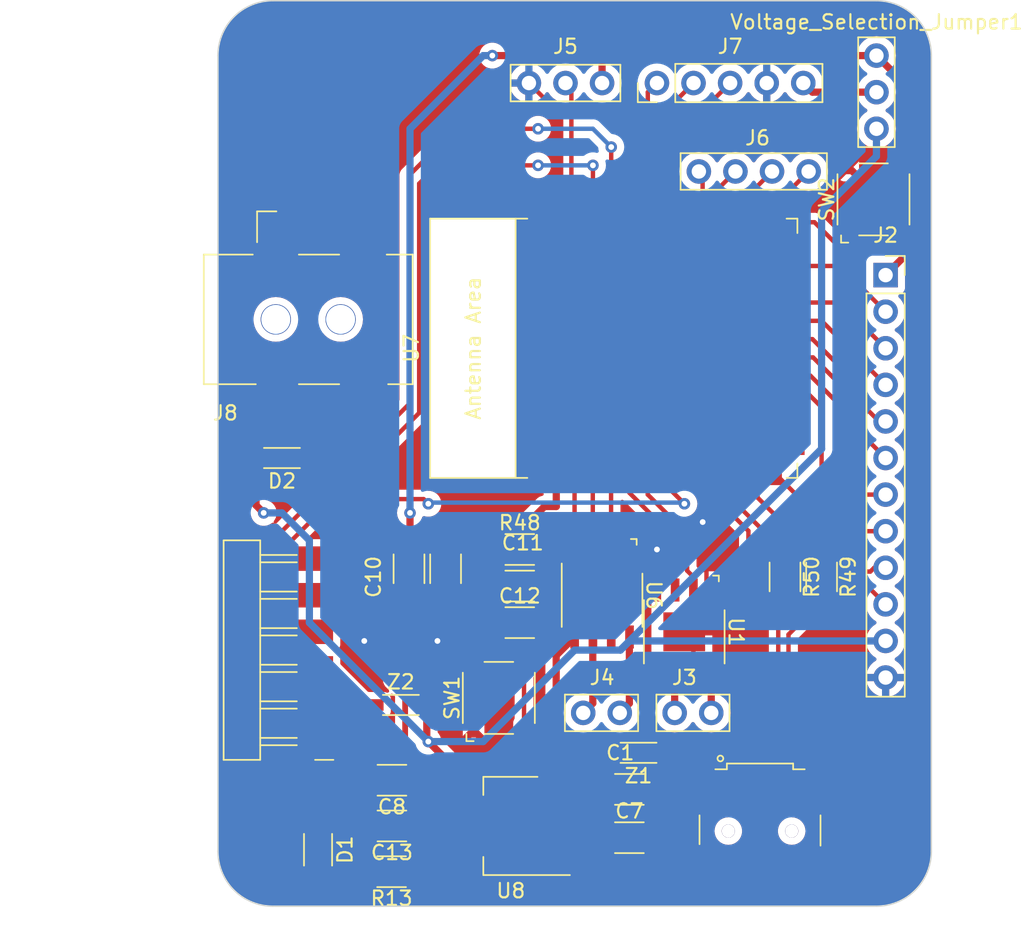
<source format=kicad_pcb>
(kicad_pcb (version 20221018) (generator pcbnew)
  (layers (0 "F.Cu" signal) (31 "B.Cu" signal) (34 "B.Paste" user) (35 "F.Paste" user) (36 "B.SilkS" user "B.Silkscreen") (37 "F.SilkS" user "F.Silkscreen") (38 "B.Mask" user) (39 "F.Mask" user) (44 "Edge.Cuts" user))
  (net 0 "")
  (net 1 "PWR_3V3")
  (net 2 "PWR_GND")
  (net 3 "PWR_5V")
  (net 4 "Net-(D1-A)")
  (net 5 "Net-(U6-IN1)")
  (net 6 "Net-(U6-IN2)")
  (net 7 "/OE")
  (net 8 "/RTS")
  (net 9 "/VFD2_EN")
  (net 10 "/VFD3_EN")
  (net 11 "/RCLK")
  (net 12 "/SER_IN")
  (net 13 "/SRCLK")
  (net 14 "/VFD0_EN")
  (net 15 "/VFD1_EN")
  (net 16 "/TLV_EN")
  (net 18 "Net-(U7-EN)")
  (net 25 "Net-(Z2-A)")
  (net 26 "/FRONT_BTN_G")
  (net 27 "/FRONT_BTN_B")
  (net 28 "/FRONT_BTN_IN")
  (net 29 "/FRONT_BTN_R")
  (net 30 "Net-(U7-GPIO20{slash}U1CTS{slash}ADC2_CH9{slash}CLK_OUT1{slash}USB_D+)")
  (net 31 "Net-(U7-GPIO19{slash}U1RTS{slash}ADC2_CH8{slash}CLK_OUT2{slash}USB_D-)")
  (net 32 "/RXD0")
  (net 33 "/TXD0")
  (net 35 "Net-(U7-GPIO0{slash}BOOT)")
  (net 36 "Net-(P2-VBUS)")
  (net 37 "Net-(P2-D-)")
  (net 38 "Net-(P2-D+)")
  (net 39 "Net-(J3-Pin_2)")
  (net 40 "Net-(J3-Pin_1)")
  (net 41 "Net-(J4-Pin_2)")
  (net 42 "Net-(J4-Pin_1)")
  (net 43 "Net-(U1-IN2)")
  (net 44 "Net-(U1-IN1)")
  (net 47 "/Photo_In")
  (net 50 "/ROT_A")
  (net 51 "/ROT_B")
  (net 52 "/ROT_SW")
  (net 53 "/ROT_VCC")
  (net 54 "Net-(D2-A)")
  (footprint "fab:PinHeader_1x05_P2.54mm_Vertical_THT_D1mm" (layer "F.Cu") (at 118.11 67.31 90)
    (fp_text reference "J7")
    (fp_text value "Conn_PinHeader_1x05_P2.54mm_Vertical_THT_D1mm" hide)
  )
  (footprint "Fab:SOD-123" (layer "F.Cu") (at 100.33 110.49 180)
    (fp_text reference "Z2")
    (fp_text value "Diode_Zener_SOD123" hide)
  )
  (footprint "fab:HSOP-8" (layer "F.Cu") (at 120.005 105.41 -90)
    (fp_text reference "U1")
    (fp_text value "MotorDriver_BrushedDC_Toshiba_TB67H451FNG" hide)
  )
  (footprint "fab:PinHeader_1x02_P2.54mm_Vertical_THT_D1mm" (layer "F.Cu") (at 112.99 111.04 90)
    (fp_text reference "J4")
    (fp_text value "Conn_PinHeader_1x02_P2.54mm_Vertical_THT_D1mm" hide)
  )
  (footprint "Fab:C_1206" (layer "F.Cu") (at 103.435 101.035 -90)
    (fp_text reference "C9" hide)
    (fp_text value "22uF")
  )
  (footprint "fab:SOD-123" (layer "F.Cu") (at 92.075 93.345)
    (fp_text reference "D2")
    (fp_text value "Diode_Schottky_SOD123")
  )
  (footprint "Fab:R_1206" (layer "F.Cu") (at 127 101.6 -90)
    (fp_text reference "R50")
    (fp_text value "0")
  )
  (footprint "PCM_Espressif:ESP32-S3-WROOM-1" (layer "F.Cu") (at 118.11 85.725 90)
    (fp_text reference "U7")
    (fp_text value "ESP32-S3-WROOM-1")
  )
  (footprint "fab:SOT-223-3_TabPin2" (layer "F.Cu") (at 107.965 118.89 180)
    (fp_text reference "U8")
    (fp_text value "Regulator_Linear_3.3V_1A_DiodesIncorporated")
  )
  (footprint "Fab:C_1206" (layer "F.Cu") (at 108.585 104.775)
    (fp_text reference "C12")
    (fp_text value "0.1uF")
  )
  (footprint "fab:PinHeader_1x03_P2.54mm_Vertical_THT_D1mm" (layer "F.Cu") (at 109.22 67.31 90)
    (fp_text reference "J5")
    (fp_text value "Conn_PinHeader_1x03_P2.54mm_Vertical_THT_D1mm" hide)
  )
  (footprint "fab:HSOP-8" (layer "F.Cu") (at 114.3 102.87 -90)
    (fp_text reference "U6")
    (fp_text value "MotorDriver_BrushedDC_Toshiba_TB67H451FNG" hide)
  )
  (footprint "Fab:C_1206" (layer "F.Cu") (at 108.585 102.235)
    (fp_text reference "C11")
    (fp_text value "1uF")
  )
  (footprint "Fab:R_1206" (layer "F.Cu") (at 99.685 122.065 180)
    (fp_text reference "R13")
    (fp_text value "5.1K")
  )
  (footprint "Fab:R_1206" (layer "F.Cu") (at 129.54 101.6 -90)
    (fp_text reference "R49")
    (fp_text value "0")
  )
  (footprint "Fab:C_1206" (layer "F.Cu") (at 116.195 119.705)
    (fp_text reference "C7")
    (fp_text value "10uF")
  )
  (footprint "fab:PinHeader_1x06_P2.54mm_Horizontal_SMD" (layer "F.Cu") (at 94.375 113.03 180)
    (fp_text reference "J1" hide)
    (fp_text value "Conn_PinHeader_FTDI_1x06_P2.54mm_Horizontal_SMD" hide)
  )
  (footprint "fab:CUIDevices_PJ-002AH-SMT-TR_PWRJack_2x5.5mm" (layer "F.Cu") (at 94.647617 83.720495)
    (fp_text reference "J8")
    (fp_text value "Conn_PWRJack_2x5.5mm_CUIDevices_PJ-002AH-SMT-TR")
  )
  (footprint "Fab:SOD-123" (layer "F.Cu") (at 116.83 113.81)
    (fp_text reference "Z1")
    (fp_text value "Diode_Zener_SOD123")
  )
  (footprint "fab:PinHeader_1x03_P2.54mm_Vertical_THT_D1mm" (layer "F.Cu") (at 133.35 65.405)
    (fp_text reference "Voltage_Selection_Jumper1")
    (fp_text value "Conn_PinHeader_1x03_P2.54mm_Vertical_THT_D1mm" hide)
  )
  (footprint "fab:Conn_USB_miniB_Socket_CUIDevices_UJ2-MBH-1-SMT-TR" (layer "F.Cu") (at 125.265 124.355)
    (fp_text reference "P2" hide)
    (fp_text value "Conn_USB_miniB_Socket_CUIDevices_UJ2-MBH-1-SMT-TR" hide)
  )
  (footprint "Fab:C_1206" (layer "F.Cu") (at 99.71 118.89 180)
    (fp_text reference "C13")
    (fp_text value "0.1uF" hide)
  )
  (footprint "fab:LED_1206" (layer "F.Cu") (at 94.605 120.541 -90)
    (fp_text reference "D1")
    (fp_text value "LED_1206")
  )
  (footprint "Fab:R_1206" (layer "F.Cu") (at 108.585 99.695)
    (fp_text reference "R48")
    (fp_text value "10K")
  )
  (footprint "fab:Button_ESwitch_TL3315NF100Q_4.5x4.5mm" (layer "F.Cu") (at 107.131384 109.999859 90)
    (fp_text reference "SW1")
    (fp_text value "Switch_Tactile_ESwitch")
  )
  (footprint "Connector_PinSocket_2.54mm:PinSocket_1x12_P2.54mm_Vertical" (layer "F.Cu") (at 133.985 80.645)
    (fp_text reference "J2")
    (fp_text value "Conn_01x12_Pin")
  )
  (footprint "Fab:C_1206" (layer "F.Cu") (at 99.71 115.715 180)
    (fp_text reference "C8")
    (fp_text value "10uF")
  )
  (footprint "Fab:C_1206" (layer "F.Cu") (at 116.195 116.35)
    (fp_text reference "C1")
    (fp_text value "0.1uF")
  )
  (footprint "fab:PinHeader_1x04_P2.54mm_Vertical_THT_D1mm" (layer "F.Cu") (at 128.640014 73.449363 -90)
    (fp_text reference "J6")
    (fp_text value "Conn_PinHeader_1x04_P2.54mm_Vertical_THT_D1mm" hide)
  )
  (footprint "fab:Button_ESwitch_TL3315NF100Q_4.5x4.5mm" (layer "F.Cu") (at 133.142819 75.389471 90)
    (fp_text reference "SW2")
    (fp_text value "Switch_Tactile_ESwitch" hide)
  )
  (footprint "Fab:C_1206" (layer "F.Cu") (at 100.895 101.035 -90)
    (fp_text reference "C10")
    (fp_text value "0.1uF")
  )
  (footprint "fab:PinHeader_1x02_P2.54mm_Vertical_THT_D1mm" (layer "F.Cu") (at 119.34 111.04 90)
    (fp_text reference "J3")
    (fp_text value "Conn_PinHeader_1x02_P2.54mm_Vertical_THT_D1mm" hide)
  )
  (gr_arc (start 137.16 120.65) (mid 136.044077 123.344077) (end 133.35 124.46) (stroke (width 0.1)) (layer "Edge.Cuts"))
  (gr_arc (start 87.63 65.405) (mid 88.745923 62.710923) (end 91.44 61.595) (stroke (width 0.1)) (layer "Edge.Cuts"))
  (gr_line (start 137.16 65.405) (end 137.16 120.65) (stroke (width 0.1)) (layer "Edge.Cuts"))
  (gr_line (start 133.35 124.46) (end 91.44 124.46) (stroke (width 0.1)) (layer "Edge.Cuts"))
  (gr_line (start 87.63 120.65) (end 87.63 65.405) (stroke (width 0.1)) (layer "Edge.Cuts"))
  (gr_line (start 91.44 61.595) (end 133.35 61.595) (stroke (width 0.1)) (layer "Edge.Cuts"))
  (gr_arc (start 133.35 61.595) (mid 136.044077 62.710923) (end 137.16 65.405) (stroke (width 0.1)) (layer "Edge.Cuts"))
  (gr_arc (start 91.44 124.46) (mid 88.745923 123.344077) (end 87.63 120.65) (stroke (width 0.1)) (layer "Edge.Cuts"))
  (segment (start 129.54 65.405) (end 133.35 65.405) (width 0.5) (layer "F.Cu") (net 1))
  (segment (start 100.965 99.265) (end 100.895 99.335) (width 0.5) (layer "F.Cu") (net 1))
  (segment (start 99.3886 100.8414) (end 100.895 99.335) (width 0.5) (layer "F.Cu") (net 1))
  (segment (start 103.435 99.335) (end 105.4236 99.335) (width 0.5) (layer "F.Cu") (net 1))
  (segment (start 103.435 99.335) (end 100.895 99.335) (width 0.5) (layer "F.Cu") (net 1))
  (segment (start 133.35 65.405) (end 136.340343 68.395343) (width 0.5) (layer "F.Cu") (net 1))
  (segment (start 104.815 118.89) (end 111.115 118.89) (width 0.5) (layer "F.Cu") (net 1))
  (segment (start 100.62811 114.93311) (end 100.62811 109.51811) (width 0.4) (layer "F.Cu") (net 1))
  (segment (start 101.41 118.89) (end 101.41 115.715) (width 0.5) (layer "F.Cu") (net 1))
  (segment (start 136.340343 68.395343) (end 136.340343 78.289657) (width 0.5) (layer "F.Cu") (net 1))
  (segment (start 99.3886 103.70689) (end 99.3886 100.8414) (width 0.5) (layer "F.Cu") (net 1))
  (segment (start 111.12 96.71162) (end 110.29838 96.71162) (width 0.5) (layer "F.Cu") (net 1))
  (segment (start 100.62811 109.51811) (end 99.8414 108.7314) (width 0.5) (layer "F.Cu") (net 1))
  (segment (start 99.8414 108.7314) (end 99.8414 104.15969) (width 0.5) (layer "F.Cu") (net 1))
  (segment (start 100.965 97.155) (end 100.965 99.265) (width 0.5) (layer "F.Cu") (net 1))
  (segment (start 107.315 99.695) (end 106.885 99.695) (width 0.5) (layer "F.Cu") (net 1))
  (segment (start 105.4236 99.335) (end 105.7836 99.695) (width 0.5) (layer "F.Cu") (net 1))
  (segment (start 101.41 115.715) (end 100.62811 114.93311) (width 0.5) (layer "F.Cu") (net 1))
  (segment (start 99.8414 104.15969) (end 99.3886 103.70689) (width 0.5) (layer "F.Cu") (net 1))
  (segment (start 114.3 65.611277) (end 114.3 67.31) (width 0.5) (layer "F.Cu") (net 1))
  (segment (start 101.41 122.04) (end 101.385 122.065) (width 0.5) (layer "F.Cu") (net 1))
  (segment (start 101.41 118.89) (end 101.41 122.04) (width 0.5) (layer "F.Cu") (net 1))
  (segment (start 110.29838 96.71162) (end 107.315 99.695) (width 0.5) (layer "F.Cu") (net 1))
  (segment (start 111.12 94.475) (end 111.12 96.71162) (width 0.5) (layer "F.Cu") (net 1))
  (segment (start 106.68 65.405) (end 130.10116 65.405) (width 0.5) (layer "F.Cu") (net 1))
  (segment (start 105.7836 99.695) (end 106.885 99.695) (width 0.5) (layer "F.Cu") (net 1))
  (segment (start 136.340343 78.289657) (end 133.985 80.645) (width 0.5) (layer "F.Cu") (net 1))
  (segment (start 104.815 118.89) (end 101.41 118.89) (width 0.5) (layer "F.Cu") (net 1))
  (via (at 106.68 65.405) (size 0.8) (drill 0.4) (layers "F.Cu" "B.Cu") (net 1))
  (via (at 100.965 97.155) (size 0.8) (drill 0.4) (layers "F.Cu" "B.Cu") (net 1))
  (segment (start 100.965 97.155) (end 100.965 70.485) (width 0.5) (layer "B.Cu") (net 1))
  (segment (start 106.045 65.405) (end 106.68 65.405) (width 0.5) (layer "B.Cu") (net 1))
  (segment (start 100.965 70.485) (end 106.045 65.405) (width 0.5) (layer "B.Cu") (net 1))
  (segment (start 111.03442 68.897029) (end 111.457214 69.319823) (width 0.3048) (layer "F.Cu") (net 2))
  (segment (start 114.935 103.505) (end 114.935 105.77) (width 0.3048) (layer "F.Cu") (net 2))
  (segment (start 122.82583 120.65) (end 124.319097 120.65) (width 0.3048) (layer "F.Cu") (net 2))
  (segment (start 121.91 103.505) (end 120.005 105.41) (width 0.3048) (layer "F.Cu") (net 2))
  (segment (start 110.807029 68.897029) (end 111.03442 68.897029) (width 0.3048) (layer "F.Cu") (net 2))
  (segment (start 118.11 99.695) (end 117.835 99.97) (width 0.3048) (layer "F.Cu") (net 2))
  (segment (start 111.457214 69.319823) (end 111.457214 73.96805) (width 0.3048) (layer "F.Cu") (net 2))
  (segment (start 121.548358 100.050766) (end 121.548358 102.148358) (width 0.3048) (layer "F.Cu") (net 2))
  (segment (start 111.457214 73.96805) (end 109.85 75.575264) (width 0.3048) (layer "F.Cu") (net 2))
  (segment (start 124.319097 120.65) (end 126.865 118.104097) (width 0.3048) (layer "F.Cu") (net 2))
  (segment (start 117.835 99.97) (end 116.205 99.97) (width 0.3048) (layer "F.Cu") (net 2))
  (segment (start 116.205 99.97) (end 116.205 100.965) (width 0.3048) (layer "F.Cu") (net 2))
  (segment (start 116.205 100.965) (end 114.3 102.87) (width 0.3048) (layer "F.Cu") (net 2))
  (segment (start 120.64 106.045) (end 120.005 105.41) (width 0.3048) (layer "F.Cu") (net 2))
  (segment (start 98.01 115.715) (end 98.01 115.0586) (width 0.3048) (layer "F.Cu") (net 2))
  (segment (start 98.01 118.89) (end 98.01 116.3714) (width 0.25) (layer "F.Cu") (net 2))
  (segment (start 117.895 116.35) (end 117.895 119.705) (width 0.3048) (layer "F.Cu") (net 2))
  (segment (start 120.64 108.31) (end 120.64 106.045) (width 0.3048) (layer "F.Cu") (net 2))
  (segment (start 121.548358 102.148358) (end 121.91 102.51) (width 0.25) (layer "F.Cu") (net 2))
  (segment (start 121.88083 119.705) (end 122.82583 120.65) (width 0.3048) (layer "F.Cu") (net 2))
  (segment (start 121.91 102.51) (end 121.91 103.505) (width 0.25) (layer "F.Cu") (net 2))
  (segment (start 126.865 118.104097) (end 126.865 116.505) (width 0.3048) (layer "F.Cu") (net 2))
  (segment (start 114.3 102.87) (end 114.935 103.505) (width 0.3048) (layer "F.Cu") (net 2))
  (segment (start 121.482576 99.984984) (end 121.548358 100.050766) (width 0.3048) (layer "F.Cu") (net 2))
  (segment (start 117.895 119.705) (end 121.88083 119.705) (width 0.3048) (layer "F.Cu") (net 2))
  (segment (start 109.85 75.575264) (end 109.85 76.975) (width 0.3048) (layer "F.Cu") (net 2))
  (segment (start 109.22 67.31) (end 110.807029 68.897029) (width 0.3048) (layer "F.Cu") (net 2))
  (via (at 118.11 99.695) (size 0.8) (drill 0.4) (layers "F.Cu" "B.Cu") (net 2))
  (via (at 102.87 106.045) (size 0.8) (drill 0.4) (layers "F.Cu" "B.Cu") (net 2))
  (via (at 121.285 97.79) (size 0.8) (drill 0.4) (layers "F.Cu" "B.Cu") (net 2))
  (via (at 97.79 106.045) (size 0.8) (drill 0.4) (layers "F.Cu" "B.Cu") (net 2))
  (segment (start 90.275 96.625) (end 90.275 93.345) (width 0.5) (layer "F.Cu") (net 3))
  (segment (start 102.13 112.925) (end 102.235 113.03) (width 0.5) (layer "F.Cu") (net 3))
  (segment (start 111.115 107.05) (end 112.395 105.77) (width 0.5) (layer "F.Cu") (net 3))
  (segment (start 110.73 116.205) (end 111.115 116.59) (width 0.5) (layer "F.Cu") (net 3))
  (segment (start 117.475 103.135) (end 117.475 107.685) (width 0.5) (layer "F.Cu") (net 3))
  (segment (start 118.1 108.31) (end 117.465 108.945) (width 0.5) (layer "F.Cu") (net 3))
  (segment (start 111.115 116.59) (end 111.115 107.05) (width 0.5) (layer "F.Cu") (net 3))
  (segment (start 90.805 97.155) (end 90.275 96.625) (width 0.5) (layer "F.Cu") (net 3))
  (segment (start 111.76 100.605) (end 111.76 105.135) (width 0.5) (layer "F.Cu") (net 3))
  (segment (start 114.495 114.345) (end 114.495 116.35) (width 0.5) (layer "F.Cu") (net 3))
  (segment (start 112.395 99.97) (end 111.76 100.605) (width 0.5) (layer "F.Cu") (net 3))
  (segment (start 115.03 113.81) (end 114.495 114.345) (width 0.5) (layer "F.Cu") (net 3))
  (segment (start 118.1 102.51) (end 117.475 103.135) (width 0.5) (layer "F.Cu") (net 3))
  (segment (start 114.495 116.35) (end 114.495 119.705) (width 0.5) (layer "F.Cu") (net 3))
  (segment (start 133.496863 106.533137) (end 133.985 106.045) (width 0.3048) (layer "F.Cu") (net 3))
  (segment (start 115.03 113.81) (end 116.20078 112.63922) (width 0.5) (layer "F.Cu") (net 3))
  (segment (start 105.41 116.205) (end 110.73 116.205) (width 0.5) (layer "F.Cu") (net 3))
  (segment (start 117.475 107.685) (end 118.1 108.31) (width 0.5) (layer "F.Cu") (net 3))
  (segment (start 102.13 110.49) (end 102.13 112.925) (width 0.5) (layer "F.Cu") (net 3))
  (segment (start 117.465 108.945) (end 117.465 112.543493) (width 0.5) (layer "F.Cu") (net 3))
  (segment (start 116.20078 112.63922) (end 117.369273 112.63922) (width 0.5) (layer "F.Cu") (net 3))
  (segment (start 102.235 113.03) (end 105.41 116.205) (width 0.5) (layer "F.Cu") (net 3))
  (segment (start 114.495 116.35) (end 111.355 116.35) (width 0.5) (layer "F.Cu") (net 3))
  (segment (start 111.76 105.135) (end 112.395 105.77) (width 0.5) (layer "F.Cu") (net 3))
  (segment (start 117.465 112.543493) (end 117.369273 112.63922) (width 0.5) (layer "F.Cu") (net 3))
  (via (at 102.235 113.03) (size 0.8) (drill 0.4) (layers "F.Cu" "B.Cu") (net 3))
  (via (at 90.805 97.155) (size 0.8) (drill 0.4) (layers "F.Cu" "B.Cu") (net 3))
  (segment (start 129.54 92.71) (end 129.54 76.2) (width 0.5) (layer "B.Cu") (net 3))
  (segment (start 115.57 106.68) (end 116.205 106.045) (width 0.5) (layer "B.Cu") (net 3))
  (segment (start 102.235 113.03) (end 106.045 113.03) (width 0.5) (layer "B.Cu") (net 3))
  (segment (start 92.075 97.155) (end 93.98 99.06) (width 0.5) (layer "B.Cu") (net 3))
  (segment (start 129.54 76.2) (end 133.35 72.39) (width 0.5) (layer "B.Cu") (net 3))
  (segment (start 90.805 97.155) (end 92.075 97.155) (width 0.5) (layer "B.Cu") (net 3))
  (segment (start 106.045 113.03) (end 112.395 106.68) (width 0.5) (layer "B.Cu") (net 3))
  (segment (start 93.98 99.06) (end 93.98 104.775) (width 0.5) (layer "B.Cu") (net 3))
  (segment (start 116.205 106.045) (end 133.985 106.045) (width 0.5) (layer "B.Cu") (net 3))
  (segment (start 93.98 104.775) (end 102.235 113.03) (width 0.5) (layer "B.Cu") (net 3))
  (segment (start 112.395 106.68) (end 115.57 106.68) (width 0.5) (layer "B.Cu") (net 3))
  (segment (start 115.57 106.68) (end 129.54 92.71) (width 0.5) (layer "B.Cu") (net 3))
  (segment (start 133.35 72.39) (end 133.35 70.485) (width 0.5) (layer "B.Cu") (net 3))
  (segment (start 94.781 122.065) (end 94.605 122.241) (width 0.3048) (layer "F.Cu") (net 4))
  (segment (start 97.985 122.065) (end 94.781 122.065) (width 0.3048) (layer "F.Cu") (net 4))
  (segment (start 113.655 94.48) (end 113.66 94.475) (width 0.3048) (layer "F.Cu") (net 5))
  (segment (start 113.665 99.97) (end 113.655 99.96) (width 0.3048) (layer "F.Cu") (net 5))
  (segment (start 113.655 99.96) (end 113.655 94.48) (width 0.3048) (layer "F.Cu") (net 5))
  (segment (start 114.925 94.48) (end 114.93 94.475) (width 0.3048) (layer "F.Cu") (net 6))
  (segment (start 114.935 99.97) (end 114.925 99.96) (width 0.3048) (layer "F.Cu") (net 6))
  (segment (start 114.925 99.96) (end 114.925 94.48) (width 0.3048) (layer "F.Cu") (net 6))
  (segment (start 130.81 80.01) (end 133.985 83.185) (width 0.3048) (layer "F.Cu") (net 7))
  (segment (start 127.61 80.01) (end 130.81 80.01) (width 0.3048) (layer "F.Cu") (net 7))
  (segment (start 102.235 96.52) (end 101.9112 96.1962) (width 0.3048) (layer "F.Cu") (net 8))
  (segment (start 98.5088 96.1962) (end 94.375 100.33) (width 0.3048) (layer "F.Cu") (net 8))
  (segment (start 118.74 95.245) (end 118.74 95.131114) (width 0.3048) (layer "F.Cu") (net 8))
  (segment (start 118.74 95.131114) (end 118.74 94.475) (width 0.25) (layer "F.Cu") (net 8))
  (segment (start 101.9112 96.1962) (end 98.5088 96.1962) (width 0.3048) (layer "F.Cu") (net 8))
  (segment (start 120.015 96.52) (end 118.74 95.245) (width 0.3048) (layer "F.Cu") (net 8))
  (via (at 120.015 96.52) (size 0.8) (drill 0.4) (layers "F.Cu" "B.Cu") (net 8))
  (via (at 102.235 96.52) (size 0.8) (drill 0.4) (layers "F.Cu" "B.Cu") (net 8))
  (segment (start 119.935484 96.440484) (end 120.015 96.52) (width 0.3048) (layer "B.Cu") (net 8))
  (segment (start 102.314516 96.440484) (end 119.935484 96.440484) (width 0.3048) (layer "B.Cu") (net 8))
  (segment (start 102.235 96.52) (end 102.314516 96.440484) (width 0.3048) (layer "B.Cu") (net 8))
  (segment (start 132.473454 101.993454) (end 125.686919 101.993454) (width 0.3048) (layer "F.Cu") (net 9))
  (segment (start 121.28 95.225) (end 121.28 94.475) (width 0.3048) (layer "F.Cu") (net 9))
  (segment (start 125.686919 101.993454) (end 124.46 100.766535) (width 0.3048) (layer "F.Cu") (net 9))
  (segment (start 124.46 98.405) (end 121.28 95.225) (width 0.3048) (layer "F.Cu") (net 9))
  (segment (start 133.985 103.505) (end 132.473454 101.993454) (width 0.3048) (layer "F.Cu") (net 9))
  (segment (start 124.46 100.766535) (end 124.46 98.405) (width 0.3048) (layer "F.Cu") (net 9))
  (segment (start 122.415 94.475) (end 122.415 95.317647) (width 0.3048) (layer "F.Cu") (net 10))
  (segment (start 125.927811 101.228558) (end 132.925609 101.228558) (width 0.3048) (layer "F.Cu") (net 10))
  (segment (start 133.189167 100.965) (end 133.985 100.965) (width 0.3048) (layer "F.Cu") (net 10))
  (segment (start 125.411554 98.314201) (end 125.411554 100.712301) (width 0.3048) (layer "F.Cu") (net 10))
  (segment (start 122.55 94.475) (end 122.415 94.475) (width 0.3048) (layer "F.Cu") (net 10))
  (segment (start 132.925609 101.228558) (end 133.189167 100.965) (width 0.3048) (layer "F.Cu") (net 10))
  (segment (start 125.411554 100.712301) (end 125.927811 101.228558) (width 0.3048) (layer "F.Cu") (net 10))
  (segment (start 122.415 95.317647) (end 125.411554 98.314201) (width 0.3048) (layer "F.Cu") (net 10))
  (segment (start 127.61 88.9) (end 128.624212 88.9) (width 0.3048) (layer "F.Cu") (net 11))
  (segment (start 129.54 96.52) (end 131.445 98.425) (width 0.3048) (layer "F.Cu") (net 11))
  (segment (start 129.54 89.815788) (end 129.54 96.52) (width 0.3048) (layer "F.Cu") (net 11))
  (segment (start 128.624212 88.9) (end 129.54 89.815788) (width 0.3048) (layer "F.Cu") (net 11))
  (segment (start 131.445 98.425) (end 133.985 98.425) (width 0.3048) (layer "F.Cu") (net 11))
  (segment (start 128.764606 87.63) (end 130.81 89.675394) (width 0.3048) (layer "F.Cu") (net 12))
  (segment (start 130.81 89.675394) (end 130.81 94.615) (width 0.3048) (layer "F.Cu") (net 12))
  (segment (start 130.81 94.615) (end 132.08 95.885) (width 0.3048) (layer "F.Cu") (net 12))
  (segment (start 127.61 87.63) (end 128.764606 87.63) (width 0.3048) (layer "F.Cu") (net 12))
  (segment (start 132.08 95.885) (end 133.985 95.885) (width 0.3048) (layer "F.Cu") (net 12))
  (segment (start 131.445 88.9) (end 131.5212 88.9762) (width 0.3048) (layer "F.Cu") (net 13))
  (segment (start 131.5212 88.9762) (end 131.5212 90.8812) (width 0.3048) (layer "F.Cu") (net 13))
  (segment (start 131.5212 90.8812) (end 133.985 93.345) (width 0.3048) (layer "F.Cu") (net 13))
  (segment (start 127.61 86.36) (end 128.95 86.36) (width 0.3048) (layer "F.Cu") (net 13))
  (segment (start 131.445 88.855) (end 131.445 88.9) (width 0.3048) (layer "F.Cu") (net 13))
  (segment (start 128.95 86.36) (end 131.445 88.855) (width 0.3048) (layer "F.Cu") (net 13))
  (segment (start 132.2324 89.502005) (end 133.535395 90.805) (width 0.3048) (layer "F.Cu") (net 14))
  (segment (start 127.61 85.09) (end 128.905 85.09) (width 0.3048) (layer "F.Cu") (net 14))
  (segment (start 132.2324 88.4174) (end 132.2324 89.502005) (width 0.3048) (layer "F.Cu") (net 14))
  (segment (start 133.535395 90.805) (end 133.985 90.805) (width 0.3048) (layer "F.Cu") (net 14))
  (segment (start 128.905 85.09) (end 132.2324 88.4174) (width 0.3048) (layer "F.Cu") (net 14))
  (segment (start 129.54 83.82) (end 133.985 88.265) (width 0.3048) (layer "F.Cu") (net 15))
  (segment (start 127.61 83.82) (end 129.54 83.82) (width 0.3048) (layer "F.Cu") (net 15))
  (segment (start 130.81 82.55) (end 133.985 85.725) (width 0.3048) (layer "F.Cu") (net 16))
  (segment (start 127.61 82.55) (end 130.81 82.55) (width 0.3048) (layer "F.Cu") (net 16))
  (segment (start 110.285 99.695) (end 110.285 102.235) (width 0.3048) (layer "F.Cu") (net 18))
  (segment (start 108.881384 107.749859) (end 108.881384 112.249859) (width 0.3048) (layer "F.Cu") (net 18))
  (segment (start 110.285 106.346243) (end 108.881384 107.749859) (width 0.3048) (layer "F.Cu") (net 18))
  (segment (start 110.285 104.775) (end 110.285 106.346243) (width 0.3048) (layer "F.Cu") (net 18))
  (segment (start 112.39 97.795) (end 110.49 99.695) (width 0.3048) (layer "F.Cu") (net 18))
  (segment (start 110.285 102.235) (end 110.285 104.775) (width 0.3048) (layer "F.Cu") (net 18))
  (segment (start 110.49 99.695) (end 110.285 99.695) (width 0.3048) (layer "F.Cu") (net 18))
  (segment (start 112.39 94.475) (end 112.39 97.795) (width 0.3048) (layer "F.Cu") (net 18))
  (segment (start 98.53 110.49) (end 97.895 110.49) (width 0.5) (layer "F.Cu") (net 25))
  (segment (start 95.355 107.95) (end 94.375 107.95) (width 0.5) (layer "F.Cu") (net 25))
  (segment (start 97.895 110.49) (end 95.355 107.95) (width 0.5) (layer "F.Cu") (net 25))
  (segment (start 123.82 76.975) (end 123.82 75.729377) (width 0.3048) (layer "F.Cu") (net 26))
  (segment (start 123.82 75.729377) (end 126.100014 73.449363) (width 0.3048) (layer "F.Cu") (net 26))
  (segment (start 122.55 74.459377) (end 123.560014 73.449363) (width 0.3048) (layer "F.Cu") (net 27))
  (segment (start 122.55 76.975) (end 122.55 74.459377) (width 0.3048) (layer "F.Cu") (net 27))
  (segment (start 121.28 76.975) (end 121.28 73.709349) (width 0.3048) (layer "F.Cu") (net 28))
  (segment (start 121.28 73.709349) (end 121.020014 73.449363) (width 0.3048) (layer "F.Cu") (net 28))
  (segment (start 125.09 75.653986) (end 125.331836 75.41215) (width 0.3048) (layer "F.Cu") (net 29))
  (segment (start 125.09 76.975) (end 125.09 75.653986) (width 0.3048) (layer "F.Cu") (net 29))
  (segment (start 126.677227 75.41215) (end 128.640014 73.449363) (width 0.3048) (layer "F.Cu") (net 29))
  (segment (start 125.331836 75.41215) (end 126.677227 75.41215) (width 0.3048) (layer "F.Cu") (net 29))
  (segment (start 128.26 96.375) (end 126.36 94.475) (width 0.3048) (layer "F.Cu") (net 30))
  (segment (start 129.54 99.9) (end 128.26 98.62) (width 0.3048) (layer "F.Cu") (net 30))
  (segment (start 128.26 98.62) (end 128.26 96.375) (width 0.3048) (layer "F.Cu") (net 30))
  (segment (start 127 97.995) (end 125.095 96.09) (width 0.3048) (layer "F.Cu") (net 31))
  (segment (start 125.095 96.09) (end 125.095 94.48) (width 0.3048) (layer "F.Cu") (net 31))
  (segment (start 125.095 94.48) (end 125.09 94.475) (width 0.3048) (layer "F.Cu") (net 31))
  (segment (start 127 99.9) (end 127 97.995) (width 0.3048) (layer "F.Cu") (net 31))
  (segment (start 91.6138 103.8988) (end 93.125 105.41) (width 0.3048) (layer "F.Cu") (net 32))
  (segment (start 100.8888 73.7362) (end 100.8888 89.6112) (width 0.3048) (layer "F.Cu") (net 32))
  (segment (start 109.855 70.485) (end 104.14 70.485) (width 0.3048) (layer "F.Cu") (net 32))
  (segment (start 114.935 71.755) (end 114.93 76.975) (width 0.3048) (layer "F.Cu") (net 32))
  (segment (start 91.6138 98.8862) (end 91.6138 103.8988) (width 0.3048) (layer "F.Cu") (net 32))
  (segment (start 93.125 105.41) (end 94.375 105.41) (width 0.3048) (layer "F.Cu") (net 32))
  (segment (start 104.14 70.485) (end 100.8888 73.7362) (width 0.3048) (layer "F.Cu") (net 32))
  (segment (start 100.8888 89.6112) (end 91.6138 98.8862) (width 0.3048) (layer "F.Cu") (net 32))
  (via (at 109.855 70.485) (size 0.8) (drill 0.4) (layers "F.Cu" "B.Cu") (net 32))
  (via (at 114.935 71.755) (size 0.8) (drill 0.4) (layers "F.Cu" "B.Cu") (net 32))
  (segment (start 113.665 70.485) (end 114.935 71.755) (width 0.3048) (layer "B.Cu") (net 32))
  (segment (start 109.855 70.485) (end 113.665 70.485) (width 0.3048) (layer "B.Cu") (net 32))
  (segment (start 92.5662 102.3112) (end 93.125 102.87) (width 0.3048) (layer "F.Cu") (net 33))
  (segment (start 93.125 102.87) (end 94.375 102.87) (width 0.3048) (layer "F.Cu") (net 33))
  (segment (start 113.665 76.97) (end 113.66 76.975) (width 0.3048) (layer "F.Cu") (net 33))
  (segment (start 101.6 90.214736) (end 92.5662 99.248536) (width 0.3048) (layer "F.Cu") (net 33))
  (segment (start 92.5662 99.248536) (end 92.5662 102.3112) (width 0.3048) (layer "F.Cu") (net 33))
  (segment (start 102.87 73.025) (end 101.6 74.295) (width 0.3048) (layer "F.Cu") (net 33))
  (segment (start 109.855 73.025) (end 102.87 73.025) (width 0.3048) (layer "F.Cu") (net 33))
  (segment (start 101.6 74.295) (end 101.6 90.214736) (width 0.3048) (layer "F.Cu") (net 33))
  (segment (start 113.665 73.025) (end 113.665 76.97) (width 0.3048) (layer "F.Cu") (net 33))
  (via (at 113.665 73.025) (size 0.8) (drill 0.4) (layers "F.Cu" "B.Cu") (net 33))
  (via (at 109.855 73.025) (size 0.8) (drill 0.4) (layers "F.Cu" "B.Cu") (net 33))
  (segment (start 109.855 73.025) (end 113.665 73.025) (width 0.3048) (layer "B.Cu") (net 33))
  (segment (start 130.81 78.74) (end 133.79229 78.74) (width 0.3048) (layer "F.Cu") (net 35))
  (segment (start 129.045 76.975) (end 130.81 78.74) (width 0.3048) (layer "F.Cu") (net 35))
  (segment (start 133.79229 78.74) (end 134.892819 77.639471) (width 0.3048) (layer "F.Cu") (net 35))
  (segment (start 134.892819 73.139471) (end 134.892819 77.639471) (width 0.3048) (layer "F.Cu") (net 35))
  (segment (start 126.36 76.975) (end 129.045 76.975) (width 0.3048) (layer "F.Cu") (net 35))
  (segment (start 122.22 113.81) (end 123.665 115.255) (width 0.25) (layer "F.Cu") (net 36))
  (segment (start 123.665 115.255) (end 123.665 116.505) (width 0.25) (layer "F.Cu") (net 36))
  (segment (start 118.63 113.81) (end 122.22 113.81) (width 0.25) (layer "F.Cu") (net 36))
  (segment (start 126.5314 103.7686) (end 126.5314 107.476136) (width 0.3048) (layer "F.Cu") (net 37))
  (segment (start 126.5588 112.468638) (end 125.560551 113.466887) (width 0.3048) (layer "F.Cu") (net 37))
  (segment (start 126.5588 107.503536) (end 126.5588 112.468638) (width 0.3048) (layer "F.Cu") (net 37))
  (segment (start 125.144057 113.466887) (end 124.465 114.145944) (width 0.3048) (layer "F.Cu") (net 37))
  (segment (start 126.5314 107.476136) (end 126.5588 107.503536) (width 0.3048) (layer "F.Cu") (net 37))
  (segment (start 127 103.3) (end 126.5314 103.7686) (width 0.3048) (layer "F.Cu") (net 37))
  (segment (start 125.560551 113.466887) (end 125.144057 113.466887) (width 0.3048) (layer "F.Cu") (net 37))
  (segment (start 124.465 114.145944) (end 124.465 116.505) (width 0.3048) (layer "F.Cu") (net 37))
  (segment (start 127.2426 105.5974) (end 127.2426 107.181547) (width 0.3048) (layer "F.Cu") (net 38))
  (segment (start 127.2426 107.181547) (end 127.27 107.208947) (width 0.3048) (layer "F.Cu") (net 38))
  (segment (start 127.27 112.763226) (end 125.265 114.768226) (width 0.3048) (layer "F.Cu") (net 38))
  (segment (start 129.54 103.3) (end 127.2426 105.5974) (width 0.3048) (layer "F.Cu") (net 38))
  (segment (start 125.265 114.768226) (end 125.265 116.505) (width 0.3048) (layer "F.Cu") (net 38))
  (segment (start 127.27 107.208947) (end 127.27 112.763226) (width 0.3048) (layer "F.Cu") (net 38))
  (segment (start 121.88 108.34) (end 121.91 108.31) (width 0.5) (layer "F.Cu") (net 39))
  (segment (start 121.88 111.04) (end 121.88 108.34) (width 0.5) (layer "F.Cu") (net 39))
  (segment (start 119.34 111.04) (end 119.34 108.34) (width 0.5) (layer "F.Cu") (net 40))
  (segment (start 119.34 108.34) (end 119.37 108.31) (width 0.5) (layer "F.Cu") (net 40))
  (segment (start 116.195 105.78) (end 116.205 105.77) (width 0.5) (layer "F.Cu") (net 41))
  (segment (start 116.195 110.375) (end 116.195 105.78) (width 0.5) (layer "F.Cu") (net 41))
  (segment (start 115.53 111.04) (end 116.195 110.375) (width 0.5) (layer "F.Cu") (net 41))
  (segment (start 113.655 110.375) (end 113.655 105.78) (width 0.5) (layer "F.Cu") (net 42))
  (segment (start 113.655 105.78) (end 113.665 105.77) (width 0.5) (layer "F.Cu") (net 42))
  (segment (start 112.99 111.04) (end 113.655 110.375) (width 0.5) (layer "F.Cu") (net 42))
  (segment (start 120.204896 98.615292) (end 120.204896 101.164896) (width 0.3048) (layer "F.Cu") (net 43))
  (segment (start 120.204896 101.164896) (end 120.64 101.6) (width 0.3048) (layer "F.Cu") (net 43))
  (segment (start 117.47 95.880396) (end 120.204896 98.615292) (width 0.3048) (layer "F.Cu") (net 43))
  (segment (start 120.64 101.6) (end 120.64 102.51) (width 0.3048) (layer "F.Cu") (net 43))
  (segment (start 117.47 94.475) (end 117.47 95.880396) (width 0.3048) (layer "F.Cu") (net 43))
  (segment (start 119.37 102.51) (end 119.38 102.5) (width 0.3048) (layer "F.Cu") (net 44))
  (segment (start 116.2 94.475) (end 116.2 95.762144) (width 0.3048) (layer "F.Cu") (net 44))
  (segment (start 119.37 98.932144) (end 119.37 102.51) (width 0.3048) (layer "F.Cu") (net 44))
  (segment (start 116.2 95.762144) (end 119.37 98.932144) (width 0.3048) (layer "F.Cu") (net 44))
  (segment (start 111.12 76.225) (end 111.12 76.975) (width 0.3048) (layer "F.Cu") (net 47))
  (segment (start 111.76 67.31) (end 112.168414 67.718414) (width 0.3048) (layer "F.Cu") (net 47))
  (segment (start 112.168414 75.176586) (end 111.12 76.225) (width 0.3048) (layer "F.Cu") (net 47))
  (segment (start 112.168414 67.718414) (end 112.168414 75.176586) (width 0.3048) (layer "F.Cu") (net 47))
  (segment (start 119.38 71.12) (end 123.19 67.31) (width 0.3048) (layer "F.Cu") (net 50))
  (segment (start 120.01 74.975649) (end 119.38 74.345649) (width 0.3048) (layer "F.Cu") (net 50))
  (segment (start 119.38 74.345649) (end 119.38 71.12) (width 0.3048) (layer "F.Cu") (net 50))
  (segment (start 120.01 76.975) (end 120.01 74.975649) (width 0.3048) (layer "F.Cu") (net 50))
  (segment (start 118.455957 69.504043) (end 120.65 67.31) (width 0.3048) (layer "F.Cu") (net 51))
  (segment (start 118.74 76.975) (end 118.455957 76.690957) (width 0.3048) (layer "F.Cu") (net 51))
  (segment (start 118.455957 76.690957) (end 118.455957 69.504043) (width 0.3048) (layer "F.Cu") (net 51))
  (segment (start 117.475 67.945) (end 118.11 67.31) (width 0.3048) (layer "F.Cu") (net 52))
  (segment (start 117.47 76.975) (end 117.475 76.97) (width 0.3048) (layer "F.Cu") (net 52))
  (segment (start 117.475 76.97) (end 117.475 67.945) (width 0.3048) (layer "F.Cu") (net 52))
  (segment (start 128.905 67.945) (end 128.27 67.31) (width 0.5) (layer "F.Cu") (net 53))
  (segment (start 133.35 67.945) (end 128.905 67.945) (width 0.5) (layer "F.Cu") (net 53))
  (segment (start 91.647617 78.312617) (end 91.647617 78.020495) (width 0.5) (layer "F.Cu") (net 54))
  (segment (start 97.747617 78.020495) (end 91.647617 78.020495) (width 0.5) (layer "F.Cu") (net 54))
  (segment (start 93.98 80.645) (end 91.647617 78.312617) (width 0.5) (layer "F.Cu") (net 54))
  (segment (start 93.875 93.345) (end 93.98 93.24) (width 0.5) (layer "F.Cu") (net 54))
  (segment (start 93.98 93.24) (end 93.98 80.645) (width 0.5) (layer "F.Cu") (net 54))
  (zone (net 2) (net_name "PWR_GND") (layer "F.Cu") (connect_pads (clearance 0.5)) (min_thickness 0.25) (fill yes (thermal_gap 0.5) (thermal_bridge_width 0.5))
    (polygon (pts (xy 137.16 124.46) (xy 137.16 61.595) (xy 86.995 61.595) (xy 86.995 124.46)))
  )
  (zone (net 2) (net_name "PWR_GND") (layer "B.Cu") (priority 1) (connect_pads (clearance 0.5)) (min_thickness 0.25) (fill yes (thermal_gap 0.5) (thermal_bridge_width 0.5))
    (polygon (pts (xy 137.16 124.46) (xy 137.16 61.595) (xy 87.63 61.595) (xy 87.63 124.46)))
  )
)
</source>
